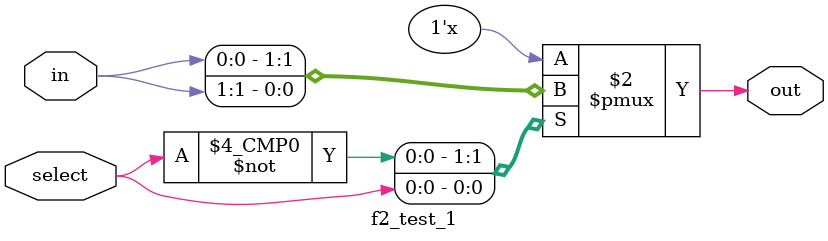
<source format=v>
module f2_test_1(input [1:0] in, input select, output reg out);
always @( in or select)
    case (select)
	    0: out = in[0];
	    1: out = in[1];
	endcase
endmodule
</source>
